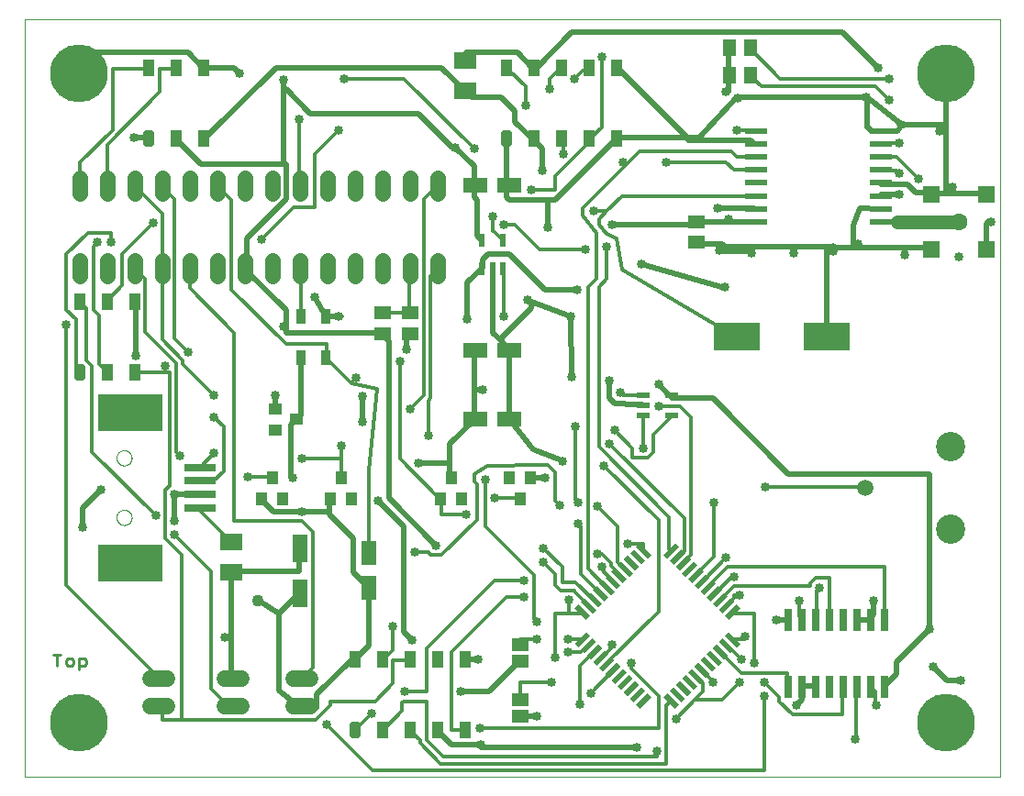
<source format=gtl>
G75*
%MOIN*%
%OFA0B0*%
%FSLAX25Y25*%
%IPPOS*%
%LPD*%
%AMOC8*
5,1,8,0,0,1.08239X$1,22.5*
%
%ADD10C,0.00000*%
%ADD11C,0.01000*%
%ADD12C,0.05562*%
%ADD13R,0.05512X0.10236*%
%ADD14R,0.03937X0.04724*%
%ADD15R,0.07874X0.06299*%
%ADD16R,0.03937X0.05906*%
%ADD17C,0.01969*%
%ADD18R,0.02600X0.08000*%
%ADD19R,0.05906X0.01969*%
%ADD20R,0.01969X0.05906*%
%ADD21R,0.05906X0.05118*%
%ADD22R,0.06300X0.04600*%
%ADD23R,0.05512X0.08661*%
%ADD24C,0.06299*%
%ADD25R,0.06299X0.06299*%
%ADD26R,0.02200X0.05000*%
%ADD27R,0.03543X0.05512*%
%ADD28C,0.10630*%
%ADD29C,0.05984*%
%ADD30R,0.23780X0.13386*%
%ADD31R,0.11811X0.02756*%
%ADD32C,0.21000*%
%ADD33R,0.16929X0.09843*%
%ADD34R,0.04724X0.03937*%
%ADD35R,0.05000X0.02200*%
%ADD36R,0.08661X0.05512*%
%ADD37R,0.07874X0.02362*%
%ADD38R,0.05118X0.05906*%
%ADD39C,0.05962*%
%ADD40C,0.02000*%
%ADD41C,0.03346*%
%ADD42C,0.04331*%
%ADD43C,0.01181*%
%ADD44C,0.01600*%
%ADD45C,0.01200*%
%ADD46C,0.05000*%
D10*
X0055902Y0001800D02*
X0055902Y0277391D01*
X0410233Y0277391D01*
X0410233Y0001800D01*
X0055902Y0001800D01*
X0089370Y0096149D02*
X0089372Y0096254D01*
X0089378Y0096359D01*
X0089388Y0096463D01*
X0089402Y0096567D01*
X0089420Y0096671D01*
X0089442Y0096773D01*
X0089467Y0096875D01*
X0089497Y0096976D01*
X0089530Y0097075D01*
X0089567Y0097173D01*
X0089608Y0097270D01*
X0089653Y0097365D01*
X0089701Y0097458D01*
X0089752Y0097550D01*
X0089808Y0097639D01*
X0089866Y0097726D01*
X0089928Y0097811D01*
X0089992Y0097894D01*
X0090060Y0097974D01*
X0090131Y0098051D01*
X0090205Y0098125D01*
X0090282Y0098197D01*
X0090361Y0098266D01*
X0090443Y0098331D01*
X0090527Y0098394D01*
X0090614Y0098453D01*
X0090703Y0098509D01*
X0090794Y0098562D01*
X0090887Y0098611D01*
X0090981Y0098656D01*
X0091077Y0098698D01*
X0091175Y0098736D01*
X0091274Y0098770D01*
X0091375Y0098801D01*
X0091476Y0098827D01*
X0091579Y0098850D01*
X0091682Y0098869D01*
X0091786Y0098884D01*
X0091890Y0098895D01*
X0091995Y0098902D01*
X0092100Y0098905D01*
X0092205Y0098904D01*
X0092310Y0098899D01*
X0092414Y0098890D01*
X0092518Y0098877D01*
X0092622Y0098860D01*
X0092725Y0098839D01*
X0092827Y0098814D01*
X0092928Y0098786D01*
X0093027Y0098753D01*
X0093126Y0098717D01*
X0093223Y0098677D01*
X0093318Y0098634D01*
X0093412Y0098586D01*
X0093504Y0098536D01*
X0093594Y0098482D01*
X0093682Y0098424D01*
X0093767Y0098363D01*
X0093850Y0098299D01*
X0093931Y0098232D01*
X0094009Y0098162D01*
X0094084Y0098088D01*
X0094156Y0098013D01*
X0094226Y0097934D01*
X0094292Y0097853D01*
X0094356Y0097769D01*
X0094416Y0097683D01*
X0094472Y0097595D01*
X0094526Y0097504D01*
X0094576Y0097412D01*
X0094622Y0097318D01*
X0094665Y0097222D01*
X0094704Y0097124D01*
X0094739Y0097026D01*
X0094770Y0096925D01*
X0094798Y0096824D01*
X0094822Y0096722D01*
X0094842Y0096619D01*
X0094858Y0096515D01*
X0094870Y0096411D01*
X0094878Y0096306D01*
X0094882Y0096201D01*
X0094882Y0096097D01*
X0094878Y0095992D01*
X0094870Y0095887D01*
X0094858Y0095783D01*
X0094842Y0095679D01*
X0094822Y0095576D01*
X0094798Y0095474D01*
X0094770Y0095373D01*
X0094739Y0095272D01*
X0094704Y0095174D01*
X0094665Y0095076D01*
X0094622Y0094980D01*
X0094576Y0094886D01*
X0094526Y0094794D01*
X0094472Y0094703D01*
X0094416Y0094615D01*
X0094356Y0094529D01*
X0094292Y0094445D01*
X0094226Y0094364D01*
X0094156Y0094285D01*
X0094084Y0094210D01*
X0094009Y0094136D01*
X0093931Y0094066D01*
X0093850Y0093999D01*
X0093767Y0093935D01*
X0093682Y0093874D01*
X0093594Y0093816D01*
X0093504Y0093762D01*
X0093412Y0093712D01*
X0093318Y0093664D01*
X0093223Y0093621D01*
X0093126Y0093581D01*
X0093027Y0093545D01*
X0092928Y0093512D01*
X0092827Y0093484D01*
X0092725Y0093459D01*
X0092622Y0093438D01*
X0092518Y0093421D01*
X0092414Y0093408D01*
X0092310Y0093399D01*
X0092205Y0093394D01*
X0092100Y0093393D01*
X0091995Y0093396D01*
X0091890Y0093403D01*
X0091786Y0093414D01*
X0091682Y0093429D01*
X0091579Y0093448D01*
X0091476Y0093471D01*
X0091375Y0093497D01*
X0091274Y0093528D01*
X0091175Y0093562D01*
X0091077Y0093600D01*
X0090981Y0093642D01*
X0090887Y0093687D01*
X0090794Y0093736D01*
X0090703Y0093789D01*
X0090614Y0093845D01*
X0090527Y0093904D01*
X0090443Y0093967D01*
X0090361Y0094032D01*
X0090282Y0094101D01*
X0090205Y0094173D01*
X0090131Y0094247D01*
X0090060Y0094324D01*
X0089992Y0094404D01*
X0089928Y0094487D01*
X0089866Y0094572D01*
X0089808Y0094659D01*
X0089752Y0094748D01*
X0089701Y0094840D01*
X0089653Y0094933D01*
X0089608Y0095028D01*
X0089567Y0095125D01*
X0089530Y0095223D01*
X0089497Y0095322D01*
X0089467Y0095423D01*
X0089442Y0095525D01*
X0089420Y0095627D01*
X0089402Y0095731D01*
X0089388Y0095835D01*
X0089378Y0095939D01*
X0089372Y0096044D01*
X0089370Y0096149D01*
X0089370Y0117802D02*
X0089372Y0117907D01*
X0089378Y0118012D01*
X0089388Y0118116D01*
X0089402Y0118220D01*
X0089420Y0118324D01*
X0089442Y0118426D01*
X0089467Y0118528D01*
X0089497Y0118629D01*
X0089530Y0118728D01*
X0089567Y0118826D01*
X0089608Y0118923D01*
X0089653Y0119018D01*
X0089701Y0119111D01*
X0089752Y0119203D01*
X0089808Y0119292D01*
X0089866Y0119379D01*
X0089928Y0119464D01*
X0089992Y0119547D01*
X0090060Y0119627D01*
X0090131Y0119704D01*
X0090205Y0119778D01*
X0090282Y0119850D01*
X0090361Y0119919D01*
X0090443Y0119984D01*
X0090527Y0120047D01*
X0090614Y0120106D01*
X0090703Y0120162D01*
X0090794Y0120215D01*
X0090887Y0120264D01*
X0090981Y0120309D01*
X0091077Y0120351D01*
X0091175Y0120389D01*
X0091274Y0120423D01*
X0091375Y0120454D01*
X0091476Y0120480D01*
X0091579Y0120503D01*
X0091682Y0120522D01*
X0091786Y0120537D01*
X0091890Y0120548D01*
X0091995Y0120555D01*
X0092100Y0120558D01*
X0092205Y0120557D01*
X0092310Y0120552D01*
X0092414Y0120543D01*
X0092518Y0120530D01*
X0092622Y0120513D01*
X0092725Y0120492D01*
X0092827Y0120467D01*
X0092928Y0120439D01*
X0093027Y0120406D01*
X0093126Y0120370D01*
X0093223Y0120330D01*
X0093318Y0120287D01*
X0093412Y0120239D01*
X0093504Y0120189D01*
X0093594Y0120135D01*
X0093682Y0120077D01*
X0093767Y0120016D01*
X0093850Y0119952D01*
X0093931Y0119885D01*
X0094009Y0119815D01*
X0094084Y0119741D01*
X0094156Y0119666D01*
X0094226Y0119587D01*
X0094292Y0119506D01*
X0094356Y0119422D01*
X0094416Y0119336D01*
X0094472Y0119248D01*
X0094526Y0119157D01*
X0094576Y0119065D01*
X0094622Y0118971D01*
X0094665Y0118875D01*
X0094704Y0118777D01*
X0094739Y0118679D01*
X0094770Y0118578D01*
X0094798Y0118477D01*
X0094822Y0118375D01*
X0094842Y0118272D01*
X0094858Y0118168D01*
X0094870Y0118064D01*
X0094878Y0117959D01*
X0094882Y0117854D01*
X0094882Y0117750D01*
X0094878Y0117645D01*
X0094870Y0117540D01*
X0094858Y0117436D01*
X0094842Y0117332D01*
X0094822Y0117229D01*
X0094798Y0117127D01*
X0094770Y0117026D01*
X0094739Y0116925D01*
X0094704Y0116827D01*
X0094665Y0116729D01*
X0094622Y0116633D01*
X0094576Y0116539D01*
X0094526Y0116447D01*
X0094472Y0116356D01*
X0094416Y0116268D01*
X0094356Y0116182D01*
X0094292Y0116098D01*
X0094226Y0116017D01*
X0094156Y0115938D01*
X0094084Y0115863D01*
X0094009Y0115789D01*
X0093931Y0115719D01*
X0093850Y0115652D01*
X0093767Y0115588D01*
X0093682Y0115527D01*
X0093594Y0115469D01*
X0093504Y0115415D01*
X0093412Y0115365D01*
X0093318Y0115317D01*
X0093223Y0115274D01*
X0093126Y0115234D01*
X0093027Y0115198D01*
X0092928Y0115165D01*
X0092827Y0115137D01*
X0092725Y0115112D01*
X0092622Y0115091D01*
X0092518Y0115074D01*
X0092414Y0115061D01*
X0092310Y0115052D01*
X0092205Y0115047D01*
X0092100Y0115046D01*
X0091995Y0115049D01*
X0091890Y0115056D01*
X0091786Y0115067D01*
X0091682Y0115082D01*
X0091579Y0115101D01*
X0091476Y0115124D01*
X0091375Y0115150D01*
X0091274Y0115181D01*
X0091175Y0115215D01*
X0091077Y0115253D01*
X0090981Y0115295D01*
X0090887Y0115340D01*
X0090794Y0115389D01*
X0090703Y0115442D01*
X0090614Y0115498D01*
X0090527Y0115557D01*
X0090443Y0115620D01*
X0090361Y0115685D01*
X0090282Y0115754D01*
X0090205Y0115826D01*
X0090131Y0115900D01*
X0090060Y0115977D01*
X0089992Y0116057D01*
X0089928Y0116140D01*
X0089866Y0116225D01*
X0089808Y0116312D01*
X0089752Y0116401D01*
X0089701Y0116493D01*
X0089653Y0116586D01*
X0089608Y0116681D01*
X0089567Y0116778D01*
X0089530Y0116876D01*
X0089497Y0116975D01*
X0089467Y0117076D01*
X0089442Y0117178D01*
X0089420Y0117280D01*
X0089402Y0117384D01*
X0089388Y0117488D01*
X0089378Y0117592D01*
X0089372Y0117697D01*
X0089370Y0117802D01*
D11*
X0069071Y0046303D02*
X0066402Y0046303D01*
X0067737Y0046303D02*
X0067737Y0042300D01*
X0071006Y0042967D02*
X0071673Y0042300D01*
X0073008Y0042300D01*
X0073675Y0042967D01*
X0073675Y0044302D01*
X0073008Y0044969D01*
X0071673Y0044969D01*
X0071006Y0044302D01*
X0071006Y0042967D01*
X0075610Y0042300D02*
X0077612Y0042300D01*
X0078279Y0042967D01*
X0078279Y0044302D01*
X0077612Y0044969D01*
X0075610Y0044969D01*
X0075610Y0040966D01*
D12*
X0075902Y0184019D02*
X0075902Y0189581D01*
X0085902Y0189581D02*
X0085902Y0184019D01*
X0095902Y0184019D02*
X0095902Y0189581D01*
X0105902Y0189581D02*
X0105902Y0184019D01*
X0115902Y0184019D02*
X0115902Y0189581D01*
X0125902Y0189581D02*
X0125902Y0184019D01*
X0135902Y0184019D02*
X0135902Y0189581D01*
X0145902Y0189581D02*
X0145902Y0184019D01*
X0155902Y0184019D02*
X0155902Y0189581D01*
X0165902Y0189581D02*
X0165902Y0184019D01*
X0175902Y0184019D02*
X0175902Y0189581D01*
X0185902Y0189581D02*
X0185902Y0184019D01*
X0195902Y0184019D02*
X0195902Y0189581D01*
X0205902Y0189581D02*
X0205902Y0184019D01*
X0205902Y0214019D02*
X0205902Y0219581D01*
X0195902Y0219581D02*
X0195902Y0214019D01*
X0185902Y0214019D02*
X0185902Y0219581D01*
X0175902Y0219581D02*
X0175902Y0214019D01*
X0165902Y0214019D02*
X0165902Y0219581D01*
X0155902Y0219581D02*
X0155902Y0214019D01*
X0145902Y0214019D02*
X0145902Y0219581D01*
X0135902Y0219581D02*
X0135902Y0214019D01*
X0125902Y0214019D02*
X0125902Y0219581D01*
X0115902Y0219581D02*
X0115902Y0214019D01*
X0105902Y0214019D02*
X0105902Y0219581D01*
X0095902Y0219581D02*
X0095902Y0214019D01*
X0085902Y0214019D02*
X0085902Y0219581D01*
X0075902Y0219581D02*
X0075902Y0214019D01*
D13*
X0155902Y0084871D03*
X0155902Y0068729D03*
D14*
X0149839Y0102863D03*
X0141965Y0102863D03*
X0145902Y0110737D03*
X0166965Y0102863D03*
X0174839Y0102863D03*
X0170902Y0110737D03*
X0206965Y0102863D03*
X0214839Y0102863D03*
X0210902Y0110737D03*
X0231965Y0110737D03*
X0239839Y0110737D03*
X0235902Y0102863D03*
D15*
X0130902Y0087312D03*
X0130902Y0076288D03*
X0215902Y0251288D03*
X0215902Y0262312D03*
D16*
X0230902Y0259595D03*
X0240902Y0259595D03*
X0250902Y0259595D03*
X0260902Y0259595D03*
X0270902Y0259595D03*
X0270902Y0234005D03*
X0260902Y0234005D03*
X0250902Y0234005D03*
X0240902Y0234005D03*
X0120902Y0234005D03*
X0110902Y0234005D03*
X0110902Y0259595D03*
X0100902Y0259595D03*
X0120902Y0259595D03*
X0095902Y0174595D03*
X0085902Y0174595D03*
X0075902Y0174595D03*
X0085902Y0149005D03*
X0095902Y0149005D03*
X0175902Y0044595D03*
X0185902Y0044595D03*
X0195902Y0044595D03*
X0205902Y0044595D03*
X0215902Y0044595D03*
X0215902Y0019005D03*
X0205902Y0019005D03*
X0195902Y0019005D03*
X0185902Y0019005D03*
D17*
X0174918Y0017036D02*
X0174918Y0020974D01*
X0176886Y0020974D01*
X0176886Y0017036D01*
X0174918Y0017036D01*
X0174918Y0019004D02*
X0176886Y0019004D01*
X0176886Y0020972D02*
X0174918Y0020972D01*
X0074918Y0147036D02*
X0074918Y0150974D01*
X0076886Y0150974D01*
X0076886Y0147036D01*
X0074918Y0147036D01*
X0074918Y0149004D02*
X0076886Y0149004D01*
X0076886Y0150972D02*
X0074918Y0150972D01*
X0099918Y0232036D02*
X0099918Y0235974D01*
X0101886Y0235974D01*
X0101886Y0232036D01*
X0099918Y0232036D01*
X0099918Y0234004D02*
X0101886Y0234004D01*
X0101886Y0235972D02*
X0099918Y0235972D01*
X0229918Y0235974D02*
X0229918Y0232036D01*
X0229918Y0235974D02*
X0231886Y0235974D01*
X0231886Y0232036D01*
X0229918Y0232036D01*
X0229918Y0234004D02*
X0231886Y0234004D01*
X0231886Y0235972D02*
X0229918Y0235972D01*
D18*
X0333402Y0058900D03*
X0338402Y0058900D03*
X0343402Y0058900D03*
X0348402Y0058900D03*
X0353402Y0058900D03*
X0358402Y0058900D03*
X0363402Y0058900D03*
X0368402Y0058900D03*
X0368402Y0034700D03*
X0363402Y0034700D03*
X0358402Y0034700D03*
X0353402Y0034700D03*
X0348402Y0034700D03*
X0343402Y0034700D03*
X0338402Y0034700D03*
X0333402Y0034700D03*
D19*
G36*
X0314576Y0049006D02*
X0310401Y0053181D01*
X0311792Y0054572D01*
X0315967Y0050397D01*
X0314576Y0049006D01*
G37*
G36*
X0312349Y0046779D02*
X0308174Y0050954D01*
X0309565Y0052345D01*
X0313740Y0048170D01*
X0312349Y0046779D01*
G37*
G36*
X0310122Y0044552D02*
X0305947Y0048727D01*
X0307338Y0050118D01*
X0311513Y0045943D01*
X0310122Y0044552D01*
G37*
G36*
X0307895Y0042325D02*
X0303720Y0046500D01*
X0305111Y0047891D01*
X0309286Y0043716D01*
X0307895Y0042325D01*
G37*
G36*
X0305668Y0040098D02*
X0301493Y0044273D01*
X0302884Y0045664D01*
X0307059Y0041489D01*
X0305668Y0040098D01*
G37*
G36*
X0303441Y0037870D02*
X0299266Y0042045D01*
X0300657Y0043436D01*
X0304832Y0039261D01*
X0303441Y0037870D01*
G37*
G36*
X0301214Y0035643D02*
X0297039Y0039818D01*
X0298430Y0041209D01*
X0302605Y0037034D01*
X0301214Y0035643D01*
G37*
G36*
X0298987Y0033416D02*
X0294812Y0037591D01*
X0296203Y0038982D01*
X0300378Y0034807D01*
X0298987Y0033416D01*
G37*
G36*
X0296759Y0031189D02*
X0292584Y0035364D01*
X0293975Y0036755D01*
X0298150Y0032580D01*
X0296759Y0031189D01*
G37*
G36*
X0294532Y0028962D02*
X0290357Y0033137D01*
X0291748Y0034528D01*
X0295923Y0030353D01*
X0294532Y0028962D01*
G37*
G36*
X0292305Y0026735D02*
X0288130Y0030910D01*
X0289521Y0032301D01*
X0293696Y0028126D01*
X0292305Y0026735D01*
G37*
G36*
X0260012Y0059028D02*
X0255837Y0063203D01*
X0257228Y0064594D01*
X0261403Y0060419D01*
X0260012Y0059028D01*
G37*
G36*
X0262239Y0061255D02*
X0258064Y0065430D01*
X0259455Y0066821D01*
X0263630Y0062646D01*
X0262239Y0061255D01*
G37*
G36*
X0264466Y0063482D02*
X0260291Y0067657D01*
X0261682Y0069048D01*
X0265857Y0064873D01*
X0264466Y0063482D01*
G37*
G36*
X0266693Y0065709D02*
X0262518Y0069884D01*
X0263909Y0071275D01*
X0268084Y0067100D01*
X0266693Y0065709D01*
G37*
G36*
X0268921Y0067936D02*
X0264746Y0072111D01*
X0266137Y0073502D01*
X0270312Y0069327D01*
X0268921Y0067936D01*
G37*
G36*
X0271148Y0070164D02*
X0266973Y0074339D01*
X0268364Y0075730D01*
X0272539Y0071555D01*
X0271148Y0070164D01*
G37*
G36*
X0273375Y0072391D02*
X0269200Y0076566D01*
X0270591Y0077957D01*
X0274766Y0073782D01*
X0273375Y0072391D01*
G37*
G36*
X0275602Y0074618D02*
X0271427Y0078793D01*
X0272818Y0080184D01*
X0276993Y0076009D01*
X0275602Y0074618D01*
G37*
G36*
X0277829Y0076845D02*
X0273654Y0081020D01*
X0275045Y0082411D01*
X0279220Y0078236D01*
X0277829Y0076845D01*
G37*
G36*
X0280056Y0079072D02*
X0275881Y0083247D01*
X0277272Y0084638D01*
X0281447Y0080463D01*
X0280056Y0079072D01*
G37*
G36*
X0282283Y0081299D02*
X0278108Y0085474D01*
X0279499Y0086865D01*
X0283674Y0082690D01*
X0282283Y0081299D01*
G37*
D20*
G36*
X0289521Y0081299D02*
X0288130Y0082690D01*
X0292305Y0086865D01*
X0293696Y0085474D01*
X0289521Y0081299D01*
G37*
G36*
X0291748Y0079072D02*
X0290357Y0080463D01*
X0294532Y0084638D01*
X0295923Y0083247D01*
X0291748Y0079072D01*
G37*
G36*
X0293975Y0076845D02*
X0292584Y0078236D01*
X0296759Y0082411D01*
X0298150Y0081020D01*
X0293975Y0076845D01*
G37*
G36*
X0296203Y0074618D02*
X0294812Y0076009D01*
X0298987Y0080184D01*
X0300378Y0078793D01*
X0296203Y0074618D01*
G37*
G36*
X0298430Y0072391D02*
X0297039Y0073782D01*
X0301214Y0077957D01*
X0302605Y0076566D01*
X0298430Y0072391D01*
G37*
G36*
X0300657Y0070164D02*
X0299266Y0071555D01*
X0303441Y0075730D01*
X0304832Y0074339D01*
X0300657Y0070164D01*
G37*
G36*
X0302884Y0067936D02*
X0301493Y0069327D01*
X0305668Y0073502D01*
X0307059Y0072111D01*
X0302884Y0067936D01*
G37*
G36*
X0305111Y0065709D02*
X0303720Y0067100D01*
X0307895Y0071275D01*
X0309286Y0069884D01*
X0305111Y0065709D01*
G37*
G36*
X0307338Y0063482D02*
X0305947Y0064873D01*
X0310122Y0069048D01*
X0311513Y0067657D01*
X0307338Y0063482D01*
G37*
G36*
X0309565Y0061255D02*
X0308174Y0062646D01*
X0312349Y0066821D01*
X0313740Y0065430D01*
X0309565Y0061255D01*
G37*
G36*
X0311792Y0059028D02*
X0310401Y0060419D01*
X0314576Y0064594D01*
X0315967Y0063203D01*
X0311792Y0059028D01*
G37*
G36*
X0277272Y0028962D02*
X0275881Y0030353D01*
X0280056Y0034528D01*
X0281447Y0033137D01*
X0277272Y0028962D01*
G37*
G36*
X0279499Y0026735D02*
X0278108Y0028126D01*
X0282283Y0032301D01*
X0283674Y0030910D01*
X0279499Y0026735D01*
G37*
G36*
X0275045Y0031189D02*
X0273654Y0032580D01*
X0277829Y0036755D01*
X0279220Y0035364D01*
X0275045Y0031189D01*
G37*
G36*
X0272818Y0033416D02*
X0271427Y0034807D01*
X0275602Y0038982D01*
X0276993Y0037591D01*
X0272818Y0033416D01*
G37*
G36*
X0270591Y0035643D02*
X0269200Y0037034D01*
X0273375Y0041209D01*
X0274766Y0039818D01*
X0270591Y0035643D01*
G37*
G36*
X0268364Y0037870D02*
X0266973Y0039261D01*
X0271148Y0043436D01*
X0272539Y0042045D01*
X0268364Y0037870D01*
G37*
G36*
X0266137Y0040098D02*
X0264746Y0041489D01*
X0268921Y0045664D01*
X0270312Y0044273D01*
X0266137Y0040098D01*
G37*
G36*
X0263909Y0042325D02*
X0262518Y0043716D01*
X0266693Y0047891D01*
X0268084Y0046500D01*
X0263909Y0042325D01*
G37*
G36*
X0261682Y0044552D02*
X0260291Y0045943D01*
X0264466Y0050118D01*
X0265857Y0048727D01*
X0261682Y0044552D01*
G37*
G36*
X0259455Y0046779D02*
X0258064Y0048170D01*
X0262239Y0052345D01*
X0263630Y0050954D01*
X0259455Y0046779D01*
G37*
G36*
X0257228Y0049006D02*
X0255837Y0050397D01*
X0260012Y0054572D01*
X0261403Y0053181D01*
X0257228Y0049006D01*
G37*
D21*
X0195902Y0163060D03*
X0195902Y0170540D03*
X0185902Y0170540D03*
X0185902Y0163060D03*
X0299954Y0196083D03*
X0299954Y0203564D03*
D22*
X0235902Y0049800D03*
X0235902Y0043800D03*
X0235902Y0029800D03*
X0235902Y0023800D03*
D23*
X0180902Y0070501D03*
X0180902Y0083099D03*
D24*
X0395433Y0203639D03*
D25*
X0405433Y0193639D03*
X0385433Y0193639D03*
X0385433Y0213639D03*
X0405433Y0213639D03*
D26*
X0229602Y0196900D03*
X0222202Y0196900D03*
X0222202Y0186700D03*
X0225902Y0186700D03*
X0229602Y0186700D03*
D27*
X0165430Y0169280D03*
X0156375Y0169280D03*
X0156375Y0154320D03*
X0165430Y0154320D03*
D28*
X0392223Y0121761D03*
X0392223Y0091839D03*
D29*
X0361515Y0106800D03*
D30*
X0094409Y0079731D03*
X0094409Y0134219D03*
D31*
X0119685Y0114338D03*
X0119685Y0109416D03*
X0119685Y0104534D03*
X0119685Y0099613D03*
D32*
X0075587Y0021485D03*
X0390548Y0021485D03*
X0390548Y0257706D03*
X0075587Y0257706D03*
D33*
X0314564Y0161800D03*
X0347241Y0161800D03*
D34*
X0154839Y0131800D03*
X0146965Y0127863D03*
X0146965Y0135737D03*
D35*
X0280802Y0136800D03*
X0280802Y0133100D03*
X0280802Y0140500D03*
X0291002Y0140500D03*
X0291002Y0133100D03*
D36*
X0232201Y0131800D03*
X0219603Y0131800D03*
X0219603Y0156800D03*
X0232201Y0156800D03*
X0232201Y0216800D03*
X0219603Y0216800D03*
D37*
X0321638Y0217784D03*
X0321638Y0222508D03*
X0321638Y0227232D03*
X0321638Y0231957D03*
X0321638Y0236681D03*
X0321638Y0213059D03*
X0321638Y0208335D03*
X0321638Y0203610D03*
X0366913Y0203610D03*
X0366913Y0208335D03*
X0366913Y0213059D03*
X0366913Y0217784D03*
X0366913Y0222508D03*
X0366913Y0227232D03*
X0366913Y0231957D03*
X0366913Y0236681D03*
D38*
X0319642Y0256800D03*
X0312162Y0256800D03*
X0312162Y0266800D03*
X0319642Y0266800D03*
D39*
X0159703Y0037456D02*
X0153741Y0037456D01*
X0153741Y0027456D02*
X0159703Y0027456D01*
X0134702Y0027456D02*
X0128740Y0027456D01*
X0128740Y0037456D02*
X0134702Y0037456D01*
X0107572Y0037456D02*
X0101609Y0037456D01*
X0101609Y0027456D02*
X0107572Y0027456D01*
D40*
X0131198Y0037233D02*
X0131198Y0038217D01*
X0131690Y0038217D01*
X0131721Y0037456D01*
X0131198Y0038217D02*
X0131198Y0052489D01*
X0128737Y0052489D01*
X0131198Y0052489D02*
X0131198Y0075619D01*
X0130902Y0076288D01*
X0131198Y0076603D01*
X0155804Y0076603D01*
X0155804Y0084477D01*
X0155902Y0084871D01*
X0156788Y0098257D02*
X0146453Y0098257D01*
X0142024Y0102686D01*
X0141965Y0102863D01*
X0152851Y0110560D02*
X0152851Y0129753D01*
X0154327Y0131229D01*
X0154839Y0131800D01*
X0155312Y0132213D01*
X0156296Y0133198D01*
X0156296Y0153867D01*
X0156375Y0154320D01*
X0150883Y0163217D02*
X0150883Y0165678D01*
X0149898Y0165678D01*
X0150883Y0165678D02*
X0150883Y0171583D01*
X0136119Y0186347D01*
X0135902Y0186800D01*
X0136611Y0187331D01*
X0136611Y0197666D01*
X0150883Y0211938D01*
X0150883Y0224733D01*
X0149898Y0224733D01*
X0149898Y0251800D01*
X0150883Y0251800D01*
X0159741Y0242942D01*
X0199111Y0242942D01*
X0211414Y0230639D01*
X0212398Y0230639D01*
X0219288Y0223749D01*
X0219288Y0216800D01*
X0219603Y0216800D01*
X0219288Y0216800D02*
X0219288Y0212430D01*
X0220272Y0211446D01*
X0220272Y0198650D01*
X0221749Y0197174D01*
X0222202Y0196900D01*
X0224209Y0191761D02*
X0222241Y0189792D01*
X0222241Y0186839D01*
X0222202Y0186700D01*
X0221749Y0186347D01*
X0216827Y0181426D01*
X0216827Y0168139D01*
X0226178Y0163217D02*
X0228638Y0160757D01*
X0239957Y0172076D01*
X0239957Y0174044D01*
X0240204Y0174671D01*
X0238770Y0175236D01*
X0240204Y0174671D02*
X0254410Y0169075D01*
X0254623Y0147298D01*
X0268501Y0145993D02*
X0268501Y0139595D01*
X0270469Y0137627D01*
X0273914Y0137627D01*
X0274406Y0137135D01*
X0280312Y0137135D01*
X0280802Y0136800D01*
X0286217Y0144517D02*
X0290154Y0140580D01*
X0291002Y0140500D01*
X0291138Y0139595D01*
X0305902Y0139595D01*
X0333461Y0112036D01*
X0384642Y0112036D01*
X0384642Y0055442D01*
X0372831Y0043631D01*
X0372831Y0039202D01*
X0368402Y0034772D01*
X0368402Y0034700D01*
X0385902Y0041800D02*
X0390902Y0036800D01*
X0395902Y0036800D01*
X0364465Y0060855D02*
X0364465Y0065776D01*
X0364465Y0060855D02*
X0363481Y0059871D01*
X0363402Y0058900D01*
X0362989Y0058887D01*
X0358560Y0058887D01*
X0358402Y0058900D01*
X0333402Y0058900D02*
X0332969Y0058887D01*
X0329032Y0058887D01*
X0338402Y0034700D02*
X0339367Y0034772D01*
X0343304Y0034772D01*
X0343402Y0034700D01*
X0338402Y0034700D02*
X0338383Y0034280D01*
X0338383Y0029851D01*
X0336414Y0027883D01*
X0278343Y0012627D02*
X0221749Y0012627D01*
X0221749Y0013611D01*
X0210922Y0013611D01*
X0206001Y0018532D01*
X0205902Y0019005D01*
X0214367Y0032804D02*
X0224701Y0032804D01*
X0235528Y0043631D01*
X0235902Y0043800D01*
X0220764Y0044615D02*
X0216335Y0044615D01*
X0215902Y0044595D01*
X0196650Y0051505D02*
X0193698Y0054457D01*
X0193698Y0092843D01*
X0184347Y0102194D01*
X0188284Y0103178D02*
X0188284Y0160265D01*
X0186316Y0162233D01*
X0185902Y0163060D01*
X0185823Y0163217D01*
X0150883Y0163217D01*
X0165430Y0169280D02*
X0161256Y0176364D01*
X0165430Y0169280D02*
X0170902Y0169280D01*
X0170075Y0169123D02*
X0165646Y0169123D01*
X0165430Y0169280D01*
X0194682Y0161249D02*
X0194682Y0157312D01*
X0194682Y0161249D02*
X0195666Y0162233D01*
X0195902Y0163060D01*
X0219288Y0156328D02*
X0219603Y0156800D01*
X0219288Y0156328D02*
X0219288Y0142548D01*
X0222241Y0142548D01*
X0219288Y0142548D02*
X0219288Y0132706D01*
X0219603Y0131800D01*
X0219288Y0131721D01*
X0210430Y0122863D01*
X0210430Y0115973D01*
X0199111Y0115973D01*
X0210430Y0115973D02*
X0210430Y0111052D01*
X0210902Y0110737D01*
X0188284Y0103178D02*
X0205509Y0085954D01*
X0180902Y0070501D02*
X0180410Y0071190D01*
X0175489Y0076111D01*
X0175489Y0088414D01*
X0166631Y0097272D01*
X0166631Y0098257D01*
X0166631Y0102686D01*
X0166965Y0102863D01*
X0166631Y0098257D02*
X0156788Y0098257D01*
X0153343Y0110560D02*
X0152851Y0110560D01*
X0178695Y0130789D02*
X0178695Y0140079D01*
X0178624Y0140150D01*
X0146946Y0140580D02*
X0146946Y0136150D01*
X0146965Y0135737D01*
X0119685Y0104534D02*
X0119386Y0104654D01*
X0110528Y0104654D01*
X0110528Y0094812D01*
X0083694Y0106396D02*
X0076888Y0099590D01*
X0076888Y0092568D01*
X0140760Y0065946D02*
X0140925Y0065821D01*
X0148422Y0061347D01*
X0148422Y0033296D01*
X0156388Y0026879D01*
X0156296Y0026898D02*
X0156296Y0027030D01*
X0156722Y0027456D01*
X0156296Y0026898D02*
X0162201Y0026898D01*
X0162201Y0031820D01*
X0174997Y0044615D01*
X0175902Y0044595D01*
X0175981Y0044615D01*
X0180902Y0049536D01*
X0180902Y0070501D01*
X0155902Y0068729D02*
X0155804Y0068729D01*
X0148422Y0061347D01*
X0235902Y0023800D02*
X0236020Y0023946D01*
X0241926Y0023946D01*
X0239957Y0110560D02*
X0239839Y0110737D01*
X0239957Y0110560D02*
X0244879Y0110560D01*
X0250966Y0116736D02*
X0251345Y0116736D01*
X0250966Y0116736D02*
X0250902Y0116800D01*
X0240828Y0121028D01*
X0232201Y0131800D01*
X0230902Y0131800D01*
X0232201Y0131800D02*
X0232083Y0132706D01*
X0232083Y0156328D01*
X0232201Y0156800D01*
X0232083Y0157312D01*
X0228638Y0160757D01*
X0226178Y0163217D02*
X0226178Y0185855D01*
X0225902Y0186700D01*
X0224209Y0191761D02*
X0232083Y0191761D01*
X0244879Y0178965D01*
X0256690Y0178965D01*
X0280051Y0188219D02*
X0280096Y0188219D01*
X0280151Y0188274D01*
X0280051Y0188219D02*
X0310497Y0179617D01*
X0308855Y0192745D02*
X0308406Y0193245D01*
X0308855Y0194713D01*
X0308477Y0194713D01*
X0308477Y0195165D01*
X0308477Y0194713D02*
X0308477Y0193316D01*
X0308406Y0193316D01*
X0308855Y0192745D02*
X0320132Y0192745D01*
X0320132Y0194241D01*
X0320132Y0192745D02*
X0320132Y0192073D01*
X0320120Y0192084D01*
X0320132Y0192073D02*
X0320132Y0192037D01*
X0310331Y0194713D02*
X0347241Y0194713D01*
X0347241Y0161800D01*
X0349341Y0192748D02*
X0349554Y0194776D01*
X0350194Y0194713D01*
X0350194Y0194221D01*
X0357005Y0194221D01*
X0357005Y0202134D01*
X0359382Y0208448D01*
X0366913Y0208335D01*
X0366913Y0213059D02*
X0366926Y0213414D01*
X0373816Y0213414D01*
X0376768Y0217351D02*
X0379721Y0214398D01*
X0384642Y0214398D01*
X0385433Y0213639D01*
X0385627Y0214398D01*
X0385627Y0213977D01*
X0390548Y0213977D01*
X0390548Y0238020D01*
X0390548Y0239005D01*
X0375902Y0239005D01*
X0375891Y0238993D01*
X0374505Y0238993D01*
X0374800Y0239005D02*
X0374783Y0238814D01*
X0374712Y0238743D01*
X0372940Y0236662D01*
X0366913Y0236681D01*
X0364231Y0236520D02*
X0363735Y0236520D01*
X0362246Y0238009D01*
X0362005Y0238020D01*
X0362005Y0249005D01*
X0314760Y0249005D01*
X0314760Y0248738D01*
X0315039Y0248459D01*
X0314760Y0249005D02*
X0300948Y0234195D01*
X0297016Y0234085D01*
X0297044Y0233099D01*
X0319682Y0233099D01*
X0320666Y0232115D01*
X0321638Y0231957D01*
X0297016Y0234085D02*
X0296644Y0234075D01*
X0296060Y0235068D01*
X0296060Y0234083D01*
X0271453Y0234083D01*
X0270902Y0234005D01*
X0270469Y0233099D01*
X0248816Y0211446D01*
X0245902Y0211446D01*
X0245902Y0201704D01*
X0245885Y0201687D01*
X0245902Y0211446D02*
X0232083Y0211446D01*
X0231099Y0212430D01*
X0231099Y0216800D01*
X0232201Y0216800D01*
X0231099Y0216800D02*
X0231099Y0233099D01*
X0230902Y0234005D01*
X0234052Y0239989D02*
X0234052Y0243926D01*
X0229131Y0248847D01*
X0218304Y0248847D01*
X0216335Y0250816D01*
X0215902Y0251288D01*
X0215351Y0251800D01*
X0207477Y0259674D01*
X0147438Y0259674D01*
X0121847Y0234083D01*
X0120902Y0234005D01*
X0119879Y0224733D02*
X0111020Y0233591D01*
X0110902Y0234005D01*
X0100902Y0234005D02*
X0100686Y0234083D01*
X0095764Y0234083D01*
X0119879Y0224733D02*
X0149898Y0224733D01*
X0149898Y0251800D02*
X0149898Y0255245D01*
X0134101Y0257581D02*
X0132086Y0259595D01*
X0120902Y0259595D01*
X0120863Y0259674D01*
X0115449Y0265087D01*
X0075587Y0265087D01*
X0075587Y0257706D01*
X0095902Y0174595D02*
X0096257Y0174536D01*
X0096257Y0154851D01*
X0234052Y0239989D02*
X0239957Y0234083D01*
X0240902Y0234005D01*
X0240942Y0233099D01*
X0243894Y0230146D01*
X0243894Y0222272D01*
X0269485Y0202587D02*
X0296782Y0202587D01*
X0299954Y0203564D02*
X0301444Y0203663D01*
X0302818Y0203610D01*
X0311808Y0203610D01*
X0311808Y0204556D01*
X0311808Y0203610D02*
X0321638Y0203610D01*
X0321638Y0208335D02*
X0320666Y0208493D01*
X0307871Y0208493D01*
X0309347Y0195698D02*
X0299997Y0195698D01*
X0299954Y0196083D01*
X0309347Y0195698D02*
X0310331Y0194713D01*
X0335341Y0194383D02*
X0335341Y0193729D01*
X0335430Y0193729D01*
X0335334Y0192155D01*
X0335341Y0192179D02*
X0335341Y0193729D01*
X0347241Y0194713D02*
X0348717Y0194713D01*
X0349209Y0194221D01*
X0350194Y0194221D01*
X0357005Y0194221D02*
X0358726Y0194221D01*
X0358656Y0195698D01*
X0358726Y0194221D02*
X0384642Y0194221D01*
X0384642Y0193729D01*
X0385433Y0193639D01*
X0375778Y0193885D02*
X0375778Y0191468D01*
X0390548Y0213977D02*
X0405312Y0213977D01*
X0405312Y0214398D01*
X0405433Y0213639D01*
X0405383Y0213977D02*
X0405312Y0213977D01*
X0405555Y0203553D02*
X0405312Y0202587D01*
X0405312Y0193729D01*
X0405433Y0193639D01*
X0405555Y0203553D02*
X0407190Y0203553D01*
X0392976Y0216065D02*
X0391271Y0216065D01*
X0391271Y0215383D01*
X0391532Y0215383D01*
X0392917Y0216160D01*
X0391271Y0215383D02*
X0391271Y0214359D01*
X0376768Y0217351D02*
X0366926Y0217351D01*
X0366913Y0217784D01*
X0388428Y0236610D02*
X0390205Y0236610D01*
X0390205Y0238020D01*
X0390548Y0238020D01*
X0390205Y0238020D02*
X0390205Y0238743D01*
X0390548Y0239005D02*
X0390548Y0257706D01*
X0365942Y0259674D02*
X0353146Y0272469D01*
X0254721Y0272469D01*
X0241926Y0259674D01*
X0240902Y0259595D01*
X0240449Y0259674D01*
X0235036Y0265087D01*
X0216335Y0265087D01*
X0216335Y0262627D01*
X0215902Y0262312D01*
X0270902Y0259595D02*
X0271453Y0258690D01*
X0272438Y0258690D01*
X0296060Y0235068D01*
X0310823Y0250816D02*
X0311808Y0250816D01*
X0311808Y0256721D01*
X0312162Y0256800D01*
X0311808Y0257706D01*
X0311808Y0266564D01*
X0312162Y0266800D01*
X0362005Y0249005D02*
X0374800Y0239005D01*
X0375902Y0239005D01*
X0291002Y0140500D02*
X0290646Y0140580D01*
D41*
X0286217Y0144517D03*
X0286217Y0136643D03*
X0272438Y0141564D03*
X0268501Y0145993D03*
X0254623Y0147298D03*
X0256198Y0129261D03*
X0268501Y0122863D03*
X0270469Y0127784D03*
X0280804Y0121387D03*
X0266532Y0114989D03*
X0251345Y0116736D03*
X0244879Y0110560D03*
X0250292Y0100717D03*
X0257182Y0101702D03*
X0264072Y0100225D03*
X0257182Y0093828D03*
X0264072Y0083001D03*
X0265548Y0078080D03*
X0274898Y0086446D03*
X0253737Y0066269D03*
X0241926Y0058394D03*
X0241926Y0051997D03*
X0248816Y0045107D03*
X0253245Y0047076D03*
X0253245Y0051997D03*
X0269485Y0050028D03*
X0276375Y0043139D03*
X0261611Y0032312D03*
X0257674Y0028375D03*
X0247339Y0036249D03*
X0241926Y0023946D03*
X0221257Y0019517D03*
X0221749Y0013611D03*
X0214367Y0032804D03*
X0220764Y0044615D03*
X0196650Y0051505D03*
X0189760Y0056426D03*
X0194190Y0032804D03*
X0181886Y0024930D03*
X0165646Y0020993D03*
X0128737Y0052489D03*
X0110528Y0089891D03*
X0110528Y0094812D03*
X0103638Y0096780D03*
X0110528Y0104654D03*
X0112497Y0118434D03*
X0124800Y0119418D03*
X0137103Y0111052D03*
X0153343Y0110560D03*
X0156788Y0117450D03*
X0171060Y0122371D03*
X0178695Y0130789D03*
X0178624Y0140150D03*
X0176473Y0146977D03*
X0192221Y0152883D03*
X0194682Y0157312D03*
X0216827Y0168139D03*
X0230115Y0169123D03*
X0238770Y0175236D03*
X0254410Y0169075D03*
X0256690Y0178965D03*
X0259642Y0193729D03*
X0267516Y0194713D03*
X0269485Y0202587D03*
X0262595Y0207509D03*
X0245885Y0201687D03*
X0239957Y0215383D03*
X0243894Y0222272D03*
X0251768Y0228178D03*
X0273422Y0225225D03*
X0289170Y0225225D03*
X0307871Y0208493D03*
X0311808Y0204556D03*
X0308406Y0193245D03*
X0320120Y0192084D03*
X0335334Y0192155D03*
X0349622Y0192937D03*
X0358656Y0195698D03*
X0375778Y0191468D03*
X0395476Y0191018D03*
X0407190Y0203553D03*
X0392917Y0216160D03*
X0380705Y0219320D03*
X0373816Y0221288D03*
X0373816Y0213414D03*
X0373816Y0232115D03*
X0374505Y0238993D03*
X0369879Y0247863D03*
X0369879Y0255737D03*
X0365942Y0259674D03*
X0361853Y0248831D03*
X0388532Y0236587D03*
X0314760Y0237036D03*
X0315039Y0248459D03*
X0310823Y0250816D03*
X0265548Y0263611D03*
X0255705Y0255737D03*
X0246847Y0251800D03*
X0237989Y0245894D03*
X0219288Y0230146D03*
X0212398Y0230639D03*
X0226178Y0205540D03*
X0230115Y0202587D03*
X0280151Y0188274D03*
X0310504Y0179759D03*
X0222241Y0142548D03*
X0202556Y0125816D03*
X0199111Y0115973D03*
X0184347Y0102194D03*
X0205509Y0085954D03*
X0197635Y0083493D03*
X0216335Y0097272D03*
X0226670Y0103178D03*
X0223225Y0110068D03*
X0244386Y0084969D03*
X0244386Y0080048D03*
X0237497Y0073158D03*
X0237497Y0067253D03*
X0292615Y0022961D03*
X0285725Y0011150D03*
X0278343Y0012627D03*
X0305902Y0036249D03*
X0315745Y0036249D03*
X0316237Y0044615D03*
X0321158Y0043139D03*
X0324603Y0036249D03*
X0324603Y0031328D03*
X0336414Y0027883D03*
X0357575Y0015580D03*
X0365449Y0027883D03*
X0385902Y0041800D03*
X0395902Y0036800D03*
X0384642Y0055442D03*
X0364465Y0065776D03*
X0344780Y0070698D03*
X0337398Y0065776D03*
X0329032Y0058887D03*
X0317713Y0052981D03*
X0315745Y0067745D03*
X0313776Y0074635D03*
X0310823Y0081524D03*
X0306394Y0101702D03*
X0325095Y0107115D03*
X0196158Y0135658D03*
X0170075Y0169123D03*
X0161256Y0176364D03*
X0149898Y0165678D03*
X0115449Y0156328D03*
X0107083Y0151406D03*
X0096257Y0154851D03*
X0071158Y0166170D03*
X0082477Y0196190D03*
X0087398Y0196190D03*
X0102654Y0203080D03*
X0142024Y0197174D03*
X0170075Y0237036D03*
X0155804Y0240973D03*
X0149898Y0255245D03*
X0134101Y0257581D03*
X0172044Y0255737D03*
X0095764Y0234083D03*
X0124800Y0140580D03*
X0124800Y0132706D03*
X0146946Y0140580D03*
X0156788Y0098257D03*
X0083694Y0106396D03*
X0076888Y0092568D03*
D42*
X0140760Y0065946D03*
D43*
X0123816Y0076603D02*
X0123816Y0033788D01*
X0130459Y0027144D01*
X0130705Y0027391D01*
X0131690Y0027391D01*
X0131721Y0027456D01*
X0130705Y0026898D02*
X0130459Y0027144D01*
X0112989Y0022469D02*
X0112989Y0082509D01*
X0107083Y0088414D01*
X0107083Y0106131D01*
X0108560Y0107607D01*
X0108560Y0148946D01*
X0107083Y0148946D01*
X0107083Y0151406D01*
X0107083Y0148946D02*
X0096257Y0148946D01*
X0095902Y0149005D01*
X0085902Y0149005D02*
X0085430Y0149438D01*
X0082969Y0151898D01*
X0082969Y0169615D01*
X0081001Y0171583D01*
X0081001Y0194713D01*
X0082477Y0196190D01*
X0079032Y0199635D02*
X0087398Y0199635D01*
X0087398Y0196190D01*
X0091335Y0191761D02*
X0102654Y0203080D01*
X0106099Y0206524D02*
X0106099Y0187331D01*
X0105902Y0186800D01*
X0106099Y0186347D01*
X0106099Y0160757D01*
X0113481Y0153375D01*
X0113481Y0151898D01*
X0124800Y0140580D01*
X0124800Y0132706D02*
X0128245Y0129261D01*
X0128245Y0113020D01*
X0124800Y0109576D01*
X0119879Y0109576D01*
X0119685Y0109416D01*
X0119685Y0114338D02*
X0119879Y0114497D01*
X0124800Y0119418D01*
X0112497Y0118434D02*
X0111020Y0119910D01*
X0111020Y0152391D01*
X0099701Y0163709D01*
X0099701Y0182902D01*
X0096257Y0186347D01*
X0095902Y0186800D01*
X0091335Y0191761D02*
X0091335Y0180442D01*
X0085922Y0175028D01*
X0085902Y0174595D01*
X0078540Y0172076D02*
X0078540Y0153375D01*
X0080509Y0151406D01*
X0080509Y0119910D01*
X0103638Y0096780D01*
X0110528Y0089891D02*
X0123816Y0076603D01*
X0130705Y0087430D02*
X0130902Y0087312D01*
X0130705Y0087430D02*
X0119879Y0098257D01*
X0119879Y0099241D01*
X0119685Y0099613D01*
X0132182Y0094812D02*
X0132182Y0163217D01*
X0115942Y0179457D01*
X0115942Y0186347D01*
X0115902Y0186800D01*
X0131198Y0178965D02*
X0150883Y0159280D01*
X0165646Y0159280D01*
X0165646Y0154851D01*
X0165430Y0154320D01*
X0165646Y0153867D01*
X0174751Y0144763D01*
X0174997Y0145009D01*
X0174997Y0145501D01*
X0176473Y0146977D01*
X0174751Y0144763D02*
X0184022Y0143008D01*
X0180893Y0113132D01*
X0180902Y0083099D01*
X0197635Y0083493D02*
X0202556Y0083493D01*
X0203540Y0082509D01*
X0207477Y0082509D01*
X0220272Y0095304D01*
X0220272Y0108099D01*
X0219288Y0109083D01*
X0219288Y0112036D01*
X0223908Y0114965D01*
X0243751Y0115123D01*
X0245902Y0115123D01*
X0248821Y0112646D01*
X0248816Y0102194D01*
X0250292Y0100717D01*
X0256198Y0102686D02*
X0256198Y0129261D01*
X0264564Y0121879D02*
X0264564Y0179950D01*
X0267516Y0182902D01*
X0267516Y0194713D01*
X0267211Y0199245D02*
X0264564Y0202587D01*
X0264564Y0204556D01*
X0267516Y0207509D01*
X0262595Y0207509D01*
X0258658Y0208493D02*
X0258658Y0205832D01*
X0263579Y0199635D01*
X0263579Y0182902D01*
X0260627Y0179950D01*
X0260627Y0077587D01*
X0267516Y0070698D01*
X0267529Y0070719D01*
X0269485Y0073158D02*
X0269756Y0072947D01*
X0270469Y0072666D01*
X0269485Y0073158D02*
X0265548Y0077095D01*
X0265548Y0078080D01*
X0268993Y0078572D02*
X0271946Y0075619D01*
X0271983Y0075174D01*
X0273914Y0077587D02*
X0274210Y0077401D01*
X0273914Y0077587D02*
X0271453Y0080048D01*
X0271453Y0092843D01*
X0264072Y0100225D01*
X0257182Y0101702D02*
X0256198Y0102686D01*
X0257182Y0093828D02*
X0258166Y0092843D01*
X0258166Y0075619D01*
X0265056Y0068729D01*
X0265301Y0068492D01*
X0263074Y0066265D02*
X0262595Y0066269D01*
X0256198Y0072666D01*
X0251276Y0072666D01*
X0251276Y0078080D01*
X0244386Y0084969D01*
X0244386Y0080048D02*
X0248816Y0075619D01*
X0248816Y0071682D01*
X0250784Y0069713D01*
X0255705Y0069713D01*
X0255705Y0069221D01*
X0260627Y0064300D01*
X0260847Y0064038D01*
X0258620Y0061811D02*
X0258166Y0061347D01*
X0253737Y0061347D01*
X0253737Y0066269D01*
X0253737Y0061347D02*
X0248816Y0061347D01*
X0248816Y0045107D01*
X0253245Y0047076D02*
X0258166Y0047076D01*
X0260627Y0049536D01*
X0260847Y0049562D01*
X0262595Y0047076D02*
X0263074Y0047335D01*
X0262595Y0047076D02*
X0257674Y0042154D01*
X0257674Y0028375D01*
X0261611Y0032312D02*
X0269485Y0040186D01*
X0269756Y0040653D01*
X0267529Y0042881D02*
X0267516Y0043139D01*
X0286217Y0061839D01*
X0286217Y0095304D01*
X0266532Y0114989D01*
X0276867Y0117942D02*
X0276867Y0121387D01*
X0270469Y0127784D01*
X0268501Y0122863D02*
X0295568Y0095796D01*
X0295568Y0083985D01*
X0293599Y0082017D01*
X0293140Y0081855D01*
X0290913Y0084082D02*
X0290154Y0084477D01*
X0290154Y0096288D01*
X0264564Y0121879D01*
X0276867Y0117942D02*
X0282280Y0117942D01*
X0284249Y0119910D01*
X0284249Y0126308D01*
X0290646Y0132706D01*
X0291002Y0133100D01*
X0294091Y0136643D02*
X0286217Y0136643D01*
X0280802Y0133100D02*
X0280804Y0132706D01*
X0280804Y0121387D01*
X0294091Y0136643D02*
X0298028Y0132706D01*
X0298028Y0082509D01*
X0296060Y0080540D01*
X0295367Y0079628D01*
X0299997Y0075619D02*
X0299822Y0075174D01*
X0299997Y0075619D02*
X0306394Y0082017D01*
X0306394Y0101702D01*
X0325095Y0107115D02*
X0361512Y0107115D01*
X0361515Y0106800D01*
X0368402Y0078080D02*
X0368402Y0058900D01*
X0348402Y0058900D02*
X0348225Y0059379D01*
X0348225Y0074143D01*
X0343304Y0074143D01*
X0341335Y0072174D01*
X0341335Y0071190D01*
X0313776Y0071190D01*
X0308855Y0066269D01*
X0308730Y0066265D01*
X0306886Y0068729D02*
X0306503Y0068492D01*
X0306886Y0068729D02*
X0312792Y0074635D01*
X0313776Y0074635D01*
X0311316Y0078080D02*
X0368402Y0078080D01*
X0344780Y0070698D02*
X0343796Y0069713D01*
X0343796Y0059379D01*
X0343402Y0058900D01*
X0338402Y0058900D02*
X0338383Y0059379D01*
X0337398Y0060363D01*
X0337398Y0065776D01*
X0321158Y0061347D02*
X0321158Y0043139D01*
X0316237Y0044615D02*
X0311316Y0049536D01*
X0310957Y0049562D01*
X0308730Y0047335D02*
X0308855Y0047076D01*
X0316237Y0039694D01*
X0332969Y0039694D01*
X0332969Y0034772D01*
X0333402Y0034700D01*
X0330016Y0030835D02*
X0330016Y0029359D01*
X0334938Y0024438D01*
X0353146Y0024438D01*
X0353146Y0034280D01*
X0353402Y0034700D01*
X0358068Y0034280D02*
X0358402Y0034700D01*
X0358068Y0034280D02*
X0358068Y0016072D01*
X0357575Y0015580D01*
X0365449Y0027883D02*
X0364957Y0028375D01*
X0364957Y0032804D01*
X0363481Y0034280D01*
X0363402Y0034700D01*
X0330016Y0030835D02*
X0324603Y0036249D01*
X0324603Y0031328D02*
X0324603Y0004261D01*
X0182379Y0004261D01*
X0165646Y0020993D01*
X0161709Y0022469D02*
X0112989Y0022469D01*
X0106099Y0022469D01*
X0106099Y0026406D01*
X0105115Y0027391D01*
X0104591Y0027456D01*
X0105607Y0037233D02*
X0104869Y0037971D01*
X0105115Y0038217D01*
X0104591Y0037456D01*
X0104869Y0037971D02*
X0071158Y0071682D01*
X0071158Y0166170D01*
X0074603Y0168139D02*
X0071158Y0171583D01*
X0071158Y0191761D01*
X0079032Y0199635D01*
X0075902Y0216800D02*
X0076079Y0216859D01*
X0076079Y0225225D01*
X0087890Y0237036D01*
X0087890Y0259182D01*
X0100686Y0259182D01*
X0100902Y0259595D01*
X0105115Y0259182D02*
X0105115Y0250816D01*
X0085922Y0231623D01*
X0085922Y0216859D01*
X0085902Y0216800D01*
X0095902Y0216800D02*
X0096257Y0216367D01*
X0106099Y0206524D01*
X0110528Y0211938D02*
X0106099Y0216367D01*
X0105902Y0216800D01*
X0110528Y0211938D02*
X0110528Y0161249D01*
X0115449Y0156328D01*
X0131198Y0178965D02*
X0131198Y0211446D01*
X0126276Y0216367D01*
X0125902Y0216800D01*
X0142024Y0197174D02*
X0153835Y0208985D01*
X0161217Y0208985D01*
X0161217Y0228178D01*
X0170075Y0237036D01*
X0155804Y0240973D02*
X0155804Y0216859D01*
X0155902Y0216800D01*
X0155902Y0186800D02*
X0156296Y0186347D01*
X0156296Y0169615D01*
X0156375Y0169280D01*
X0185902Y0170540D02*
X0186316Y0170599D01*
X0195666Y0170599D01*
X0195902Y0170540D01*
X0195666Y0171091D01*
X0195666Y0186347D01*
X0195902Y0186800D01*
X0203540Y0183887D02*
X0205509Y0185855D01*
X0205902Y0186800D01*
X0203540Y0183887D02*
X0203540Y0139595D01*
X0202556Y0138611D01*
X0202556Y0125816D01*
X0196158Y0135658D02*
X0201079Y0140580D01*
X0201079Y0211938D01*
X0205509Y0216367D01*
X0205902Y0216800D01*
X0219288Y0230146D02*
X0193698Y0255737D01*
X0172044Y0255737D01*
X0230902Y0259595D02*
X0231099Y0258690D01*
X0232083Y0258690D01*
X0237989Y0252784D01*
X0237989Y0245894D01*
X0246847Y0251800D02*
X0246847Y0255737D01*
X0249800Y0258690D01*
X0250784Y0258690D01*
X0250902Y0259595D01*
X0255705Y0255737D02*
X0258658Y0258690D01*
X0260627Y0258690D01*
X0260902Y0259595D01*
X0265548Y0263611D02*
X0265548Y0238020D01*
X0261611Y0234083D01*
X0260902Y0234005D01*
X0260627Y0233099D01*
X0260627Y0232115D01*
X0248816Y0220304D01*
X0248816Y0215383D01*
X0239957Y0215383D01*
X0226178Y0205540D02*
X0226178Y0200619D01*
X0229131Y0197666D01*
X0229602Y0196900D01*
X0226178Y0200127D02*
X0226178Y0200619D01*
X0230115Y0202587D02*
X0234052Y0202587D01*
X0242910Y0193729D01*
X0259642Y0193729D01*
X0267211Y0199245D02*
X0271206Y0197542D01*
X0273200Y0186358D01*
X0313776Y0162233D01*
X0314564Y0161800D01*
X0280802Y0140500D02*
X0280312Y0140580D01*
X0273422Y0140580D01*
X0272438Y0141564D01*
X0230115Y0169123D02*
X0230115Y0185855D01*
X0229602Y0186700D01*
X0258658Y0208493D02*
X0274406Y0224241D01*
X0273422Y0225225D01*
X0274406Y0224241D02*
X0279327Y0229162D01*
X0312873Y0229162D01*
X0314868Y0227227D01*
X0321638Y0227232D01*
X0310823Y0225225D02*
X0289170Y0225225D01*
X0273011Y0213004D02*
X0267516Y0207509D01*
X0273011Y0213004D02*
X0320902Y0213004D01*
X0322381Y0213004D01*
X0321638Y0236681D02*
X0320666Y0237036D01*
X0314760Y0237036D01*
X0323619Y0252784D02*
X0364957Y0252784D01*
X0369879Y0247863D01*
X0369879Y0255737D02*
X0330509Y0255737D01*
X0319682Y0266564D01*
X0319642Y0266800D01*
X0319642Y0256800D02*
X0319682Y0256721D01*
X0323619Y0252784D01*
X0366926Y0232115D02*
X0366913Y0231957D01*
X0366926Y0232115D02*
X0373816Y0232115D01*
X0372831Y0227194D02*
X0366926Y0227194D01*
X0366913Y0227232D01*
X0366913Y0222508D02*
X0366926Y0222272D01*
X0372831Y0222272D01*
X0373816Y0221288D01*
X0372831Y0227194D02*
X0380705Y0219320D01*
X0251768Y0228178D02*
X0251768Y0233099D01*
X0250902Y0234005D01*
X0231099Y0259182D02*
X0230902Y0259595D01*
X0110902Y0259595D02*
X0110528Y0259182D01*
X0105115Y0259182D01*
X0076079Y0174536D02*
X0075902Y0174595D01*
X0076079Y0174536D02*
X0078540Y0172076D01*
X0074603Y0168139D02*
X0074603Y0150422D01*
X0075587Y0149438D01*
X0075902Y0149005D01*
X0137103Y0111052D02*
X0145469Y0111052D01*
X0145902Y0110737D01*
X0156788Y0117450D02*
X0171060Y0117450D01*
X0171060Y0111052D01*
X0170902Y0110737D01*
X0171060Y0117450D02*
X0171060Y0122371D01*
X0192221Y0117450D02*
X0192221Y0152883D01*
X0192221Y0117450D02*
X0206493Y0103178D01*
X0206965Y0102863D01*
X0207477Y0102686D01*
X0207477Y0097272D01*
X0216335Y0097272D01*
X0223225Y0092843D02*
X0223225Y0110068D01*
X0226670Y0103178D02*
X0235528Y0103178D01*
X0235902Y0102863D01*
X0223225Y0092843D02*
X0240942Y0075127D01*
X0240942Y0059379D01*
X0241926Y0058394D01*
X0241926Y0051997D02*
X0236020Y0051997D01*
X0236020Y0050028D01*
X0235902Y0049800D01*
X0236020Y0036249D02*
X0236020Y0029851D01*
X0235902Y0029800D01*
X0236020Y0036249D02*
X0247339Y0036249D01*
X0253245Y0051997D02*
X0258166Y0051997D01*
X0258620Y0051789D01*
X0265301Y0045108D02*
X0265548Y0045107D01*
X0269485Y0049044D01*
X0269485Y0050028D01*
X0276375Y0043139D02*
X0276375Y0041170D01*
X0286217Y0031328D01*
X0286217Y0019517D01*
X0221257Y0019517D01*
X0215902Y0019005D02*
X0215843Y0019024D01*
X0210922Y0019024D01*
X0210922Y0047076D01*
X0231099Y0067253D01*
X0237497Y0067253D01*
X0237497Y0073158D02*
X0226670Y0073158D01*
X0202064Y0048552D01*
X0202064Y0032804D01*
X0194190Y0032804D01*
X0193698Y0029359D02*
X0202064Y0029359D01*
X0202064Y0015087D01*
X0207969Y0009182D01*
X0285725Y0009182D01*
X0285725Y0011150D01*
X0289170Y0006721D02*
X0289170Y0027883D01*
X0290646Y0029359D01*
X0290913Y0029518D01*
X0292615Y0022961D02*
X0299751Y0030097D01*
X0299997Y0029851D01*
X0309347Y0029851D01*
X0315745Y0036249D01*
X0305902Y0036249D02*
X0305902Y0036741D01*
X0302457Y0040186D01*
X0302049Y0040653D01*
X0301965Y0041170D01*
X0299822Y0038426D02*
X0299997Y0038217D01*
X0302457Y0035757D01*
X0302457Y0032804D01*
X0299751Y0030097D01*
X0313184Y0051789D02*
X0313284Y0051997D01*
X0317713Y0051997D01*
X0317713Y0052981D01*
X0321158Y0061347D02*
X0313284Y0061347D01*
X0313184Y0061811D01*
X0311316Y0064300D02*
X0310957Y0064038D01*
X0311316Y0064300D02*
X0313776Y0066761D01*
X0313776Y0067745D01*
X0315745Y0067745D01*
X0311316Y0078080D02*
X0304426Y0071190D01*
X0304276Y0070719D01*
X0302049Y0072947D02*
X0302949Y0073650D01*
X0310823Y0081524D01*
X0280891Y0084082D02*
X0280804Y0084477D01*
X0280804Y0086446D01*
X0274898Y0086446D01*
X0268993Y0079556D02*
X0265548Y0083001D01*
X0264072Y0083001D01*
X0268993Y0079556D02*
X0268993Y0078572D01*
X0195902Y0044595D02*
X0195666Y0044123D01*
X0189760Y0044123D01*
X0189760Y0035757D01*
X0183363Y0029359D01*
X0167123Y0029359D01*
X0167123Y0027883D01*
X0161709Y0022469D01*
X0175902Y0019005D02*
X0175981Y0019024D01*
X0181886Y0024930D01*
X0185902Y0019005D02*
X0186316Y0019024D01*
X0193205Y0025914D01*
X0193205Y0028867D01*
X0193698Y0029359D01*
X0195902Y0019005D02*
X0196158Y0018532D01*
X0199603Y0015087D01*
X0199603Y0014103D01*
X0206985Y0006721D01*
X0289170Y0006721D01*
X0189760Y0048060D02*
X0189760Y0056426D01*
X0189760Y0048060D02*
X0186316Y0044615D01*
X0185902Y0044595D01*
X0160725Y0041662D02*
X0160725Y0090875D01*
X0156788Y0094812D01*
X0132182Y0094812D01*
X0160725Y0041662D02*
X0157280Y0038217D01*
X0156722Y0037456D01*
X0156296Y0037233D02*
X0157280Y0038217D01*
D44*
X0366913Y0203610D02*
X0371462Y0203610D01*
X0371462Y0203616D01*
X0395433Y0203616D01*
X0395433Y0203639D01*
X0321638Y0213059D02*
X0320902Y0213004D01*
D45*
X0321638Y0222508D02*
X0313557Y0222553D01*
X0310823Y0225225D01*
D46*
X0372990Y0203446D02*
X0395288Y0203446D01*
M02*

</source>
